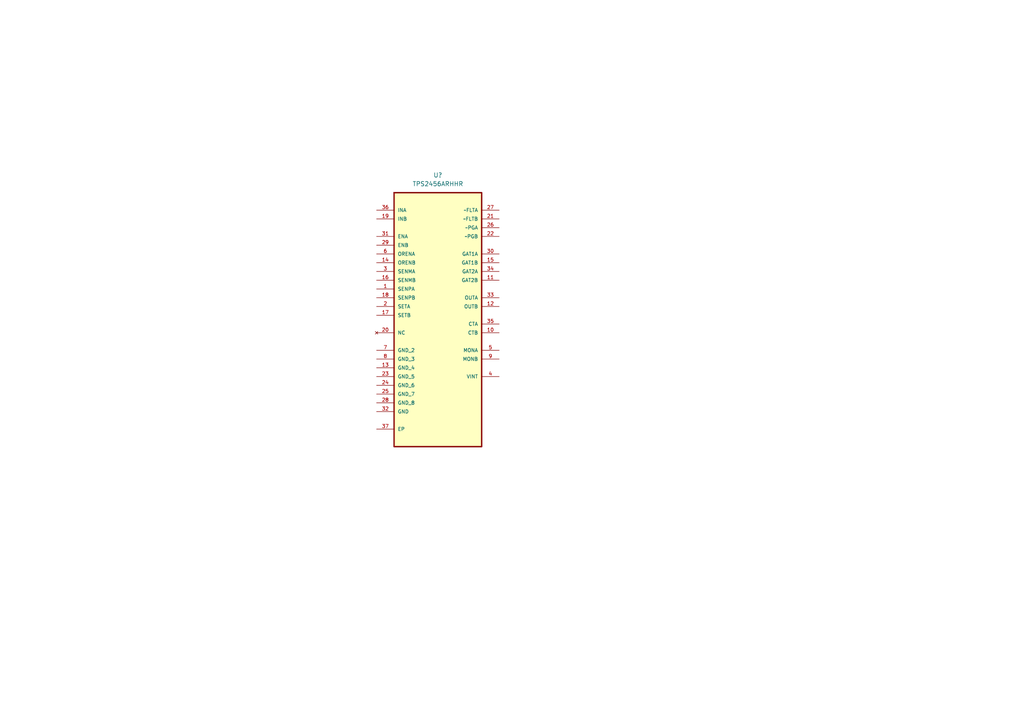
<source format=kicad_sch>
(kicad_sch (version 20211123) (generator eeschema)
  (paper "A4")
  (lib_symbols
    (symbol "TPS2456ARHHR:TPS2456ARHHR" (pin_names (offset 1.016))
      (property "Reference" "U" (at -5.8137 35.5451 0))
      (property "Value" "TPS2456ARHHR" (at -3.0837 -44.3441 0))
      (symbol "TPS2456ARHHR_0_0"
        (rectangle (start -12.7 -40.64) (end 12.7 33.02) (stroke (width 0.4064)) (fill (type background)))
        (pin input line (at -17.78 5.08 0) (length 5.08) (name "SENPA") (number "1"))
        (pin bidirectional line (at 17.78 -7.62 180) (length 5.08) (name "CTB") (number "10"))
        (pin output line (at 17.78 7.62 180) (length 5.08) (name "GAT2B") (number "11"))
        (pin bidirectional line (at 17.78 0 180) (length 5.08) (name "OUTB") (number "12"))
        (pin passive line (at -17.78 -17.78 0) (length 5.08) (name "GND_4") (number "13"))
        (pin input line (at -17.78 12.7 0) (length 5.08) (name "ORENB") (number "14"))
        (pin output line (at 17.78 12.7 180) (length 5.08) (name "GAT1B") (number "15"))
        (pin input line (at -17.78 7.62 0) (length 5.08) (name "SENMB") (number "16"))
        (pin input line (at -17.78 -2.54 0) (length 5.08) (name "SETB") (number "17"))
        (pin input line (at -17.78 2.54 0) (length 5.08) (name "SENPB") (number "18"))
        (pin power_in line (at -17.78 25.4 0) (length 5.08) (name "INB") (number "19"))
        (pin input line (at -17.78 0 0) (length 5.08) (name "SETA") (number "2"))
        (pin no_connect line (at -17.78 -7.62 0) (length 5.08) (name "NC") (number "20"))
        (pin output line (at 17.78 25.4 180) (length 5.08) (name "~FLTB") (number "21"))
        (pin output line (at 17.78 20.32 180) (length 5.08) (name "~PGB") (number "22"))
        (pin passive line (at -17.78 -20.32 0) (length 5.08) (name "GND_5") (number "23"))
        (pin passive line (at -17.78 -22.86 0) (length 5.08) (name "GND_6") (number "24"))
        (pin passive line (at -17.78 -25.4 0) (length 5.08) (name "GND_7") (number "25"))
        (pin output line (at 17.78 22.86 180) (length 5.08) (name "~PGA") (number "26"))
        (pin output line (at 17.78 27.94 180) (length 5.08) (name "~FLTA") (number "27"))
        (pin passive line (at -17.78 -27.94 0) (length 5.08) (name "GND_8") (number "28"))
        (pin input line (at -17.78 17.78 0) (length 5.08) (name "ENB") (number "29"))
        (pin input line (at -17.78 10.16 0) (length 5.08) (name "SENMA") (number "3"))
        (pin output line (at 17.78 15.24 180) (length 5.08) (name "GAT1A") (number "30"))
        (pin input line (at -17.78 20.32 0) (length 5.08) (name "ENA") (number "31"))
        (pin passive line (at -17.78 -30.48 0) (length 5.08) (name "GND") (number "32"))
        (pin output line (at 17.78 2.54 180) (length 5.08) (name "OUTA") (number "33"))
        (pin output line (at 17.78 10.16 180) (length 5.08) (name "GAT2A") (number "34"))
        (pin bidirectional line (at 17.78 -5.08 180) (length 5.08) (name "CTA") (number "35"))
        (pin power_in line (at -17.78 27.94 0) (length 5.08) (name "INA") (number "36"))
        (pin passive line (at -17.78 -35.56 0) (length 5.08) (name "EP") (number "37"))
        (pin bidirectional line (at 17.78 -20.32 180) (length 5.08) (name "VINT") (number "4"))
        (pin bidirectional line (at 17.78 -12.7 180) (length 5.08) (name "MONA") (number "5"))
        (pin input line (at -17.78 15.24 0) (length 5.08) (name "ORENA") (number "6"))
        (pin passive line (at -17.78 -12.7 0) (length 5.08) (name "GND_2") (number "7"))
        (pin passive line (at -17.78 -15.24 0) (length 5.08) (name "GND_3") (number "8"))
        (pin bidirectional line (at 17.78 -15.24 180) (length 5.08) (name "MONB") (number "9"))
      )
    )
  )
  (symbol (lib_id "TPS2456ARHHR:TPS2456ARHHR") (at 127 88.9 0) (unit 1)
    (property "Reference" "U?" (at 127 50.8 0))
    (property "Value" "TPS2456ARHHR" (at 127 53.34 0))
    (property "Footprint" "QFN50P600X600X100-37N" (effects hide))
    (property "SUPPLIER" "Texas Instruments" (effects hide))
    (property "OC_NEWARK" "74R6615" (effects hide))
    (property "PACKAGE" "VQFN-36" (effects hide))
    (property "MPN" "TPS2456ARHHR" (effects hide))
    (property "OC_FARNELL" "-" (effects hide))
  )
)
</source>
